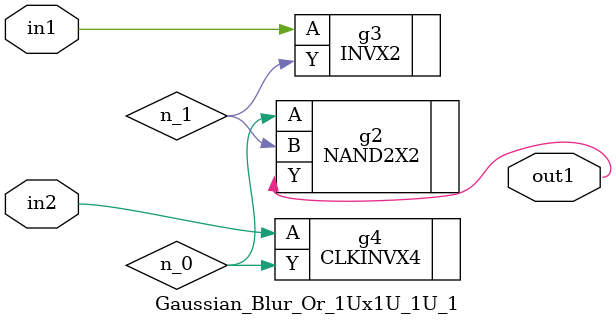
<source format=v>
`timescale 1ps / 1ps


module Gaussian_Blur_Or_1Ux1U_1U_1(in2, in1, out1);
  input in2, in1;
  output out1;
  wire in2, in1;
  wire out1;
  wire n_0, n_1;
  NAND2X2 g2(.A (n_0), .B (n_1), .Y (out1));
  INVX2 g3(.A (in1), .Y (n_1));
  CLKINVX4 g4(.A (in2), .Y (n_0));
endmodule



</source>
